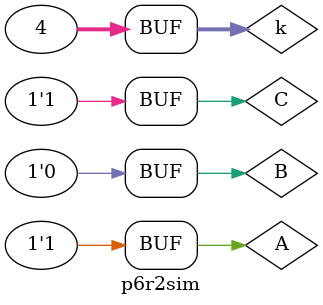
<source format=v>
`timescale 1ns / 1ps


module p6r2sim;

   reg A;
   reg B;
   reg C;
   wire X;
   
   p6r2 cut(
   .A(A),
   .B(B),  
   .C(C),   
   .X(X)
   );
   
   integer k = 0;

    initial 
    begin
    // Initialize Inputs
    A = 0;
    B = 0;
    C = 0;

    // Wait 100 ns for global reset to finish
    // Add stimulus here

    for(k = 0; k < 4; k=k+1)
    begin
        {A,C} = k;
        #5 B = 1;
        #5 B = 0;
        #5 ;
    end
    end
endmodule

</source>
